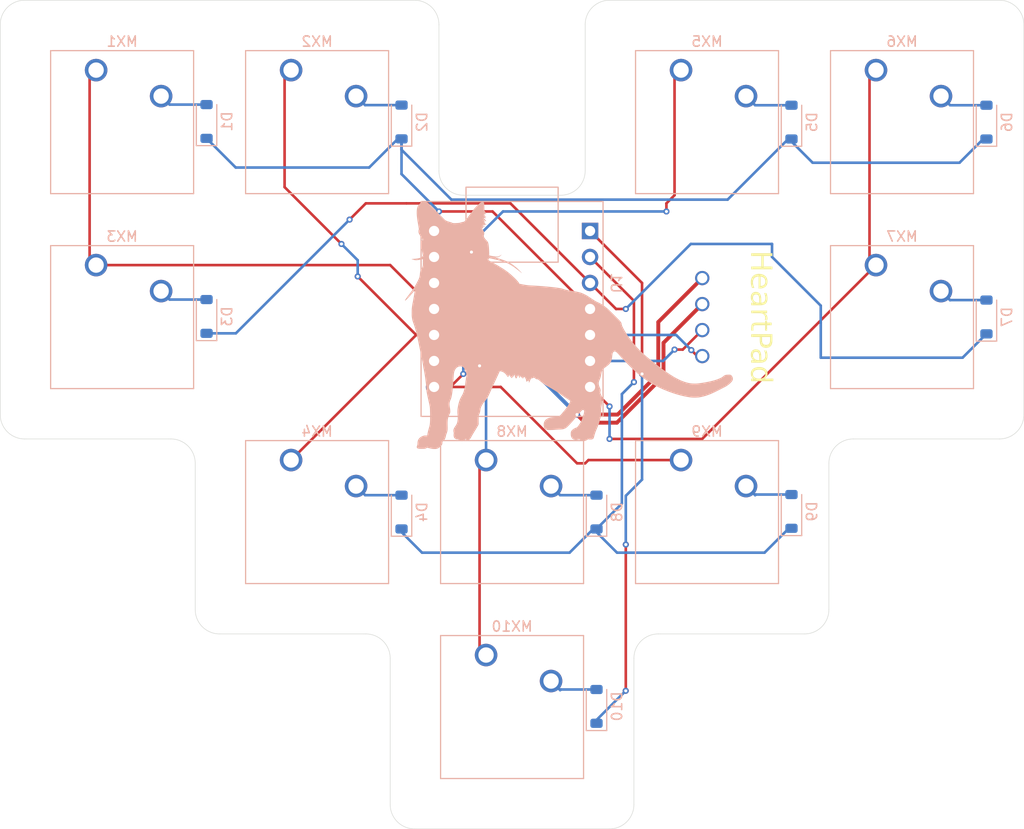
<source format=kicad_pcb>
(kicad_pcb (version 20240108) (generator "pcbnew") (generator_version "8.0")
  (layers (0 "F.Cu" signal) (31 "B.Cu" signal) (34 "B.Paste" user) (35 "F.Paste" user) (36 "B.SilkS" user "B.Silkscreen") (37 "F.SilkS" user "F.Silkscreen") (38 "B.Mask" user) (39 "F.Mask" user) (44 "Edge.Cuts" user))
  (net 0 "")
  (net 1 "ROW 0")
  (net 2 "Net-(D1-A)")
  (net 3 "Net-(D2-A)")
  (net 4 "ROW 1")
  (net 5 "Net-(D3-A)")
  (net 6 "Net-(D4-A)")
  (net 7 "ROW 2")
  (net 8 "Net-(D5-A)")
  (net 9 "Net-(D6-A)")
  (net 10 "Net-(D7-A)")
  (net 11 "Net-(D8-A)")
  (net 12 "Net-(D9-A)")
  (net 13 "ROW 3")
  (net 14 "Net-(D10-A)")
  (net 15 "VCC")
  (net 16 "COL 0")
  (net 17 "COL 1")
  (net 18 "COL 3")
  (net 19 "COL 4")
  (net 20 "COL 2")
  (net 21 "GND")
  (net 23 "Net-(OL1-SDA)")
  (net 24 "Net-(OL1-SCL)")
  (footprint "kbd:OLED" (layer "F.Cu") (at 145.58375 68.2625 90)
    (property "Reference" "OL1")
    (property "Value" "OLED" (hide yes))
    (pad "1" thru_hole circle (at -3.81 0 90) (size 1.4 1.4) (drill 1) (layers "*.Cu" "*.Mask") (net 23 "Net-(OL1-SDA)"))
    (pad "2" thru_hole circle (at -1.27 0 90) (size 1.4 1.4) (drill 1) (layers "*.Cu" "*.Mask") (net 24 "Net-(OL1-SCL)"))
    (pad "3" thru_hole circle (at 1.27 0 90) (size 1.4 1.4) (drill 1) (layers "*.Cu" "*.Mask") (net 15 "VCC"))
    (pad "4" thru_hole circle (at 3.81 0 90) (size 1.4 1.4) (drill 1) (layers "*.Cu" "*.Mask") (net 21 "GND"))
  )
  (footprint "Button_Switch_Keyboard:SW_Cherry_MX_1.00u_PCB" (layer "B.Cu") (at 105.41 44.1325 180)
    (property "Reference" "MX2" (at -2.54 2.794 0) (layer "B.SilkS") (effects (justify mirror)))
    (property "Value" "MX-NoLED")
    (pad "" np_thru_hole circle (at -7.62 -5.08 180) (size 1.7 1.7) (drill 1.7) (layers "*.Cu" "*.Mask"))
    (pad "" np_thru_hole circle (at -2.54 -5.08 180) (size 4 4) (drill 4) (layers "*.Cu" "*.Mask"))
    (pad "" np_thru_hole circle (at 2.54 -5.08 180) (size 1.7 1.7) (drill 1.7) (layers "*.Cu" "*.Mask"))
    (pad "1" thru_hole circle (at 0 0 180) (size 2.2 2.2) (drill 1.5) (layers "*.Cu" "*.Mask") (net 17 "COL 1"))
    (pad "2" thru_hole circle (at -6.35 -2.54 180) (size 2.2 2.2) (drill 1.5) (layers "*.Cu" "*.Mask") (net 3 "Net-(D2-A)"))
  )
  (footprint "Diode_SMD:D_SOD-123" (layer "B.Cu") (at 154.3 49.2125 90)
    (property "Reference" "D5" (at 0 2 90) (layer "B.SilkS") (effects (justify mirror)))
    (property "Value" "D_Small")
    (pad "1" smd roundrect (at -1.65 0 90) (size 0.9 1.2) (layers "B.Cu" "B.Paste" "B.Mask") (net 1 "ROW 0"))
    (pad "2" smd roundrect (at 1.65 0 90) (size 0.9 1.2) (layers "B.Cu" "B.Paste" "B.Mask") (net 8 "Net-(D5-A)"))
  )
  (footprint "Diode_SMD:D_SOD-123" (layer "B.Cu") (at 116.2 87.3125 90)
    (property "Reference" "D4" (at 0 2 90) (layer "B.SilkS") (effects (justify mirror)))
    (property "Value" "D_Small")
    (pad "1" smd roundrect (at -1.65 0 90) (size 0.9 1.2) (layers "B.Cu" "B.Paste" "B.Mask") (net 7 "ROW 2"))
    (pad "2" smd roundrect (at 1.65 0 90) (size 0.9 1.2) (layers "B.Cu" "B.Paste" "B.Mask") (net 6 "Net-(D4-A)"))
  )
  (footprint "Button_Switch_Keyboard:SW_Cherry_MX_1.00u_PCB" (layer "B.Cu") (at 143.51 44.1325 180)
    (property "Reference" "MX5" (at -2.54 2.794 0) (layer "B.SilkS") (effects (justify mirror)))
    (property "Value" "MX-NoLED")
    (pad "" np_thru_hole circle (at -7.62 -5.08 180) (size 1.7 1.7) (drill 1.7) (layers "*.Cu" "*.Mask"))
    (pad "" np_thru_hole circle (at -2.54 -5.08 180) (size 4 4) (drill 4) (layers "*.Cu" "*.Mask"))
    (pad "" np_thru_hole circle (at 2.54 -5.08 180) (size 1.7 1.7) (drill 1.7) (layers "*.Cu" "*.Mask"))
    (pad "1" thru_hole circle (at 0 0 180) (size 2.2 2.2) (drill 1.5) (layers "*.Cu" "*.Mask") (net 18 "COL 3"))
    (pad "2" thru_hole circle (at -6.35 -2.54 180) (size 2.2 2.2) (drill 1.5) (layers "*.Cu" "*.Mask") (net 8 "Net-(D5-A)"))
  )
  (footprint "Button_Switch_Keyboard:SW_Cherry_MX_1.00u_PCB" (layer "B.Cu") (at 105.41 82.2325 180)
    (property "Reference" "MX4" (at -2.54 2.794 0) (layer "B.SilkS") (effects (justify mirror)))
    (property "Value" "MX-NoLED")
    (pad "" np_thru_hole circle (at -7.62 -5.08 180) (size 1.7 1.7) (drill 1.7) (layers "*.Cu" "*.Mask"))
    (pad "" np_thru_hole circle (at -2.54 -5.08 180) (size 4 4) (drill 4) (layers "*.Cu" "*.Mask"))
    (pad "" np_thru_hole circle (at 2.54 -5.08 180) (size 1.7 1.7) (drill 1.7) (layers "*.Cu" "*.Mask"))
    (pad "1" thru_hole circle (at 0 0 180) (size 2.2 2.2) (drill 1.5) (layers "*.Cu" "*.Mask") (net 17 "COL 1"))
    (pad "2" thru_hole circle (at -6.35 -2.54 180) (size 2.2 2.2) (drill 1.5) (layers "*.Cu" "*.Mask") (net 6 "Net-(D4-A)"))
  )
  (footprint "Diode_SMD:D_SOD-123" (layer "B.Cu") (at 97.15 49.15 90)
    (property "Reference" "D1" (at 0 2 90) (layer "B.SilkS") (effects (justify mirror)))
    (property "Value" "D_Small")
    (pad "1" smd roundrect (at -1.65 0 90) (size 0.9 1.2) (layers "B.Cu" "B.Paste" "B.Mask") (net 1 "ROW 0"))
    (pad "2" smd roundrect (at 1.65 0 90) (size 0.9 1.2) (layers "B.Cu" "B.Paste" "B.Mask") (net 2 "Net-(D1-A)"))
  )
  (footprint "XIAO_PCB:MOUDLE14P-2.54-21X17.8MM" (layer "B.Cu") (at 127 67.46875 90)
    (property "Reference" "U1" (at 2.54 10.16 -90) (layer "B.SilkS") (effects (justify mirror)))
    (property "Value" "MOUDLE-SEEEDUINO-XIAO")
    (pad "1" thru_hole rect (at 7.62 7.62 90) (size 1.6 1.6) (drill 1) (layers "*.Cu" "*.Mask") (net 13 "ROW 3"))
    (pad "2" thru_hole circle (at 5.08 7.62 90) (size 1.6 1.6) (drill 1) (layers "*.Cu" "*.Mask") (net 7 "ROW 2"))
    (pad "3" thru_hole circle (at 2.54 7.62 90) (size 1.6 1.6) (drill 1) (layers "*.Cu" "*.Mask") (net 4 "ROW 1"))
    (pad "4" thru_hole circle (at 0 7.62 90) (size 1.6 1.6) (drill 1) (layers "*.Cu" "*.Mask") (net 1 "ROW 0"))
    (pad "5" thru_hole circle (at -2.54 7.62 90) (size 1.6 1.6) (drill 1) (layers "*.Cu" "*.Mask") (net 23 "Net-(OL1-SDA)"))
    (pad "6" thru_hole circle (at -5.08 7.62 90) (size 1.6 1.6) (drill 1) (layers "*.Cu" "*.Mask") (net 24 "Net-(OL1-SCL)"))
    (pad "7" thru_hole circle (at -7.62 7.62 90) (size 1.6 1.6) (drill 1) (layers "*.Cu" "*.Mask") (net 19 "COL 4"))
    (pad "8" thru_hole circle (at -7.62 -7.62 90) (size 1.6 1.6) (drill 1) (layers "*.Cu" "*.Mask") (net 18 "COL 3"))
    (pad "9" thru_hole circle (at -5.08 -7.62 90) (size 1.6 1.6) (drill 1) (layers "*.Cu" "*.Mask") (net 20 "COL 2"))
    (pad "10" thru_hole circle (at -2.54 -7.62 90) (size 1.6 1.6) (drill 1) (layers "*.Cu" "*.Mask") (net 17 "COL 1"))
    (pad "11" thru_hole circle (at 0 -7.62 90) (size 1.6 1.6) (drill 1) (layers "*.Cu" "*.Mask") (net 16 "COL 0"))
    (pad "12" thru_hole circle (at 2.54 -7.62 90) (size 1.6 1.6) (drill 1) (layers "*.Cu" "*.Mask"))
    (pad "13" thru_hole circle (at 5.08 -7.62 90) (size 1.6 1.6) (drill 1) (layers "*.Cu" "*.Mask") (net 21 "GND"))
    (pad "14" thru_hole circle (at 7.62 -7.62 90) (size 1.6 1.6) (drill 1) (layers "*.Cu" "*.Mask") (net 15 "VCC"))
  )
  (footprint "Diode_SMD:D_SOD-123" (layer "B.Cu") (at 135.25 106.3 90)
    (property "Reference" "D10" (at 0 2 90) (layer "B.SilkS") (effects (justify mirror)))
    (property "Value" "D_Small")
    (pad "1" smd roundrect (at -1.65 0 90) (size 0.9 1.2) (layers "B.Cu" "B.Paste" "B.Mask") (net 13 "ROW 3"))
    (pad "2" smd roundrect (at 1.65 0 90) (size 0.9 1.2) (layers "B.Cu" "B.Paste" "B.Mask") (net 14 "Net-(D10-A)"))
  )
  (footprint "Button_Switch_Keyboard:SW_Cherry_MX_1.00u_PCB" (layer "B.Cu") (at 124.46 82.2325 180)
    (property "Reference" "MX8" (at -2.54 2.794 0) (layer "B.SilkS") (effects (justify mirror)))
    (property "Value" "MX-NoLED")
    (pad "" np_thru_hole circle (at -7.62 -5.08 180) (size 1.7 1.7) (drill 1.7) (layers "*.Cu" "*.Mask"))
    (pad "" np_thru_hole circle (at -2.54 -5.08 180) (size 4 4) (drill 4) (layers "*.Cu" "*.Mask"))
    (pad "" np_thru_hole circle (at 2.54 -5.08 180) (size 1.7 1.7) (drill 1.7) (layers "*.Cu" "*.Mask"))
    (pad "1" thru_hole circle (at 0 0 180) (size 2.2 2.2) (drill 1.5) (layers "*.Cu" "*.Mask") (net 20 "COL 2"))
    (pad "2" thru_hole circle (at -6.35 -2.54 180) (size 2.2 2.2) (drill 1.5) (layers "*.Cu" "*.Mask") (net 11 "Net-(D8-A)"))
  )
  (footprint "kitty:kittyLarge" (layer "B.Cu") (at 132.55625 69.05625 180)
    (property "Reference" "G***" (at 0 0 0) (layer "B.SilkS") (effects (font (size 1.5 1.5) (thickness 0.3)) (justify mirror)))
    (property "Value" "LOGO" (hide yes))
  )
  (footprint "Button_Switch_Keyboard:SW_Cherry_MX_1.00u_PCB" (layer "B.Cu") (at 143.51 82.2325 180)
    (property "Reference" "MX9" (at -2.54 2.794 0) (layer "B.SilkS") (effects (justify mirror)))
    (property "Value" "MX-NoLED")
    (pad "" np_thru_hole circle (at -7.62 -5.08 180) (size 1.7 1.7) (drill 1.7) (layers "*.Cu" "*.Mask"))
    (pad "" np_thru_hole circle (at -2.54 -5.08 180) (size 4 4) (drill 4) (layers "*.Cu" "*.Mask"))
    (pad "" np_thru_hole circle (at 2.54 -5.08 180) (size 1.7 1.7) (drill 1.7) (layers "*.Cu" "*.Mask"))
    (pad "1" thru_hole circle (at 0 0 180) (size 2.2 2.2) (drill 1.5) (layers "*.Cu" "*.Mask") (net 18 "COL 3"))
    (pad "2" thru_hole circle (at -6.35 -2.54 180) (size 2.2 2.2) (drill 1.5) (layers "*.Cu" "*.Mask") (net 12 "Net-(D9-A)"))
  )
  (footprint "Button_Switch_Keyboard:SW_Cherry_MX_1.00u_PCB" (layer "B.Cu") (at 86.36 44.1325 180)
    (property "Reference" "MX1" (at -2.54 2.794 0) (layer "B.SilkS") (effects (justify mirror)))
    (property "Value" "MX-NoLED")
    (pad "" np_thru_hole circle (at -7.62 -5.08 180) (size 1.7 1.7) (drill 1.7) (layers "*.Cu" "*.Mask"))
    (pad "" np_thru_hole circle (at -2.54 -5.08 180) (size 4 4) (drill 4) (layers "*.Cu" "*.Mask"))
    (pad "" np_thru_hole circle (at 2.54 -5.08 180) (size 1.7 1.7) (drill 1.7) (layers "*.Cu" "*.Mask"))
    (pad "1" thru_hole circle (at 0 0 180) (size 2.2 2.2) (drill 1.5) (layers "*.Cu" "*.Mask") (net 16 "COL 0"))
    (pad "2" thru_hole circle (at -6.35 -2.54 180) (size 2.2 2.2) (drill 1.5) (layers "*.Cu" "*.Mask") (net 2 "Net-(D1-A)"))
  )
  (footprint "Diode_SMD:D_SOD-123" (layer "B.Cu") (at 135.25 87.3125 90)
    (property "Reference" "D8" (at 0 2 90) (layer "B.SilkS") (effects (justify mirror)))
    (property "Value" "D_Small")
    (pad "1" smd roundrect (at -1.65 0 90) (size 0.9 1.2) (layers "B.Cu" "B.Paste" "B.Mask") (net 7 "ROW 2"))
    (pad "2" smd roundrect (at 1.65 0 90) (size 0.9 1.2) (layers "B.Cu" "B.Paste" "B.Mask") (net 11 "Net-(D8-A)"))
  )
  (footprint "Button_Switch_Keyboard:SW_Cherry_MX_1.00u_PCB" (layer "B.Cu") (at 124.46 101.2825 180)
    (property "Reference" "MX10" (at -2.54 2.794 0) (layer "B.SilkS") (effects (justify mirror)))
    (property "Value" "MX-NoLED")
    (pad "" np_thru_hole circle (at -7.62 -5.08 180) (size 1.7 1.7) (drill 1.7) (layers "*.Cu" "*.Mask"))
    (pad "" np_thru_hole circle (at -2.54 -5.08 180) (size 4 4) (drill 4) (layers "*.Cu" "*.Mask"))
    (pad "" np_thru_hole circle (at 2.54 -5.08 180) (size 1.7 1.7) (drill 1.7) (layers "*.Cu" "*.Mask"))
    (pad "1" thru_hole circle (at 0 0 180) (size 2.2 2.2) (drill 1.5) (layers "*.Cu" "*.Mask") (net 20 "COL 2"))
    (pad "2" thru_hole circle (at -6.35 -2.54 180) (size 2.2 2.2) (drill 1.5) (layers "*.Cu" "*.Mask") (net 14 "Net-(D10-A)"))
  )
  (footprint "Button_Switch_Keyboard:SW_Cherry_MX_1.00u_PCB" (layer "B.Cu") (at 162.56 44.1325 180)
    (property "Reference" "MX6" (at -2.54 2.794 0) (layer "B.SilkS") (effects (justify mirror)))
    (property "Value" "MX-NoLED")
    (pad "" np_thru_hole circle (at -7.62 -5.08 180) (size 1.7 1.7) (drill 1.7) (layers "*.Cu" "*.Mask"))
    (pad "" np_thru_hole circle (at -2.54 -5.08 180) (size 4 4) (drill 4) (layers "*.Cu" "*.Mask"))
    (pad "" np_thru_hole circle (at 2.54 -5.08 180) (size 1.7 1.7) (drill 1.7) (layers "*.Cu" "*.Mask"))
    (pad "1" thru_hole circle (at 0 0 180) (size 2.2 2.2) (drill 1.5) (layers "*.Cu" "*.Mask") (net 19 "COL 4"))
    (pad "2" thru_hole circle (at -6.35 -2.54 180) (size 2.2 2.2) (drill 1.5) (layers "*.Cu" "*.Mask") (net 9 "Net-(D6-A)"))
  )
  (footprint "Diode_SMD:D_SOD-123" (layer "B.Cu") (at 116.2 49.2 90)
    (property "Reference" "D2" (at 0 2 90) (layer "B.SilkS") (effects (justify mirror)))
    (property "Value" "D_Small")
    (pad "1" smd roundrect (at -1.65 0 90) (size 0.9 1.2) (layers "B.Cu" "B.Paste" "B.Mask") (net 1 "ROW 0"))
    (pad "2" smd roundrect (at 1.65 0 90) (size 0.9 1.2) (layers "B.Cu" "B.Paste" "B.Mask") (net 3 "Net-(D2-A)"))
  )
  (footprint "Button_Switch_Keyboard:SW_Cherry_MX_1.00u_PCB" (layer "B.Cu") (at 86.36 63.1825 180)
    (property "Reference" "MX3" (at -2.54 2.794 0) (layer "B.SilkS") (effects (justify mirror)))
    (property "Value" "MX-NoLED")
    (pad "" np_thru_hole circle (at -7.62 -5.08 180) (size 1.7 1.7) (drill 1.7) (layers "*.Cu" "*.Mask"))
    (pad "" np_thru_hole circle (at -2.54 -5.08 180) (size 4 4) (drill 4) (layers "*.Cu" "*.Mask"))
    (pad "" np_thru_hole circle (at 2.54 -5.08 180) (size 1.7 1.7) (drill 1.7) (layers "*.Cu" "*.Mask"))
    (pad "1" thru_hole circle (at 0 0 180) (size 2.2 2.2) (drill 1.5) (layers "*.Cu" "*.Mask") (net 16 "COL 0"))
    (pad "2" thru_hole circle (at -6.35 -2.54 180) (size 2.2 2.2) (drill 1.5) (layers "*.Cu" "*.Mask") (net 5 "Net-(D3-A)"))
  )
  (footprint "Diode_SMD:D_SOD-123" (layer "B.Cu") (at 154.3 87.25 90)
    (property "Reference" "D9" (at 0 2 90) (layer "B.SilkS") (effects (justify mirror)))
    (property "Value" "D_Small")
    (pad "1" smd roundrect (at -1.65 0 90) (size 0.9 1.2) (layers "B.Cu" "B.Paste" "B.Mask") (net 7 "ROW 2"))
    (pad "2" smd roundrect (at 1.65 0 90) (size 0.9 1.2) (layers "B.Cu" "B.Paste" "B.Mask") (net 12 "Net-(D9-A)"))
  )
  (footprint "Diode_SMD:D_SOD-123" (layer "B.Cu") (at 173.35 68.25 90)
    (property "Reference" "D7" (at 0 2 90) (layer "B.SilkS") (effects (justify mirror)))
    (property "Value" "D_Small")
    (pad "1" smd roundrect (at -1.65 0 90) (size 0.9 1.2) (layers "B.Cu" "B.Paste" "B.Mask") (net 4 "ROW 1"))
    (pad "2" smd roundrect (at 1.65 0 90) (size 0.9 1.2) (layers "B.Cu" "B.Paste" "B.Mask") (net 10 "Net-(D7-A)"))
  )
  (footprint "Button_Switch_Keyboard:SW_Cherry_MX_1.00u_PCB" (layer "B.Cu") (at 162.56 63.1825 180)
    (property "Reference" "MX7" (at -2.54 2.794 0) (layer "B.SilkS") (effects (justify mirror)))
    (property "Value" "MX-NoLED")
    (pad "" np_thru_hole circle (at -7.62 -5.08 180) (size 1.7 1.7) (drill 1.7) (layers "*.Cu" "*.Mask"))
    (pad "" np_thru_hole circle (at -2.54 -5.08 180) (size 4 4) (drill 4) (layers "*.Cu" "*.Mask"))
    (pad "" np_thru_hole circle (at 2.54 -5.08 180) (size 1.7 1.7) (drill 1.7) (layers "*.Cu" "*.Mask"))
    (pad "1" thru_hole circle (at 0 0 180) (size 2.2 2.2) (drill 1.5) (layers "*.Cu" "*.Mask") (net 19 "COL 4"))
    (pad "2" thru_hole circle (at -6.35 -2.54 180) (size 2.2 2.2) (drill 1.5) (layers "*.Cu" "*.Mask") (net 10 "Net-(D7-A)"))
  )
  (footprint "Diode_SMD:D_SOD-123" (layer "B.Cu") (at 173.35 49.2125 90)
    (property "Reference" "D6" (at 0 2 90) (layer "B.SilkS") (effects (justify mirror)))
    (property "Value" "D_Small")
    (pad "1" smd roundrect (at -1.65 0 90) (size 0.9 1.2) (layers "B.Cu" "B.Paste" "B.Mask") (net 1 "ROW 0"))
    (pad "2" smd roundrect (at 1.65 0 90) (size 0.9 1.2) (layers "B.Cu" "B.Paste" "B.Mask") (net 9 "Net-(D6-A)"))
  )
  (footprint "Diode_SMD:D_SOD-123" (layer "B.Cu") (at 97.15 68.2 90)
    (property "Reference" "D3" (at 0 2 90) (layer "B.SilkS") (effects (justify mirror)))
    (property "Value" "D_Small")
    (pad "1" smd roundrect (at -1.65 0 90) (size 0.9 1.2) (layers "B.Cu" "B.Paste" "B.Mask") (net 4 "ROW 1"))
    (pad "2" smd roundrect (at 1.65 0 90) (size 0.9 1.2) (layers "B.Cu" "B.Paste" "B.Mask") (net 5 "Net-(D3-A)"))
  )
  (gr_line (start 174.625 37.30625) (end 136.525 37.30625) (stroke (width 0.05)) (layer "Edge.Cuts"))
  (gr_arc (start 93.6625 80.16875) (mid 95.346298 80.866202) (end 96.04375 82.55) (stroke (width 0.05)) (layer "Edge.Cuts"))
  (gr_arc (start 134.14375 53.975) (mid 133.446298 55.658798) (end 131.7625 56.35625) (stroke (width 0.05)) (layer "Edge.Cuts"))
  (gr_arc (start 138.90625 115.8875) (mid 138.208798 117.571298) (end 136.525 118.26875) (stroke (width 0.05)) (layer "Edge.Cuts"))
  (gr_line (start 160.3375 80.16875) (end 174.625 80.16875) (stroke (width 0.05)) (layer "Edge.Cuts"))
  (gr_line (start 76.99375 39.6875) (end 76.99375 77.7875) (stroke (width 0.05)) (layer "Edge.Cuts"))
  (gr_line (start 79.375 80.16875) (end 93.6625 80.16875) (stroke (width 0.05)) (layer "Edge.Cuts"))
  (gr_line (start 131.7625 56.35625) (end 122.2375 56.35625) (stroke (width 0.05)) (layer "Edge.Cuts"))
  (gr_arc (start 79.375 80.16875) (mid 77.691202 79.471298) (end 76.99375 77.7875) (stroke (width 0.05)) (layer "Edge.Cuts"))
  (gr_line (start 157.95625 96.8375) (end 157.95625 82.55) (stroke (width 0.05)) (layer "Edge.Cuts"))
  (gr_line (start 117.475 118.26875) (end 136.525 118.26875) (stroke (width 0.05)) (layer "Edge.Cuts"))
  (gr_arc (start 174.625 37.30625) (mid 176.308798 38.003702) (end 177.00625 39.6875) (stroke (width 0.05)) (layer "Edge.Cuts"))
  (gr_arc (start 76.99375 39.6875) (mid 77.691202 38.003702) (end 79.375 37.30625) (stroke (width 0.05)) (layer "Edge.Cuts"))
  (gr_line (start 138.90625 115.8875) (end 138.90625 101.6) (stroke (width 0.05)) (layer "Edge.Cuts"))
  (gr_line (start 119.85625 53.975) (end 119.85625 39.6875) (stroke (width 0.05)) (layer "Edge.Cuts"))
  (gr_arc (start 112.7125 99.21875) (mid 114.396298 99.916202) (end 115.09375 101.6) (stroke (width 0.05)) (layer "Edge.Cuts"))
  (gr_arc (start 157.95625 96.8375) (mid 157.258798 98.521298) (end 155.575 99.21875) (stroke (width 0.05)) (layer "Edge.Cuts"))
  (gr_line (start 117.475 37.30625) (end 79.375 37.30625) (stroke (width 0.05)) (layer "Edge.Cuts"))
  (gr_arc (start 138.90625 101.6) (mid 139.603702 99.916202) (end 141.2875 99.21875) (stroke (width 0.05)) (layer "Edge.Cuts"))
  (gr_line (start 134.14375 39.6875) (end 134.14375 53.975) (stroke (width 0.05)) (layer "Edge.Cuts"))
  (gr_line (start 177.00625 77.7875) (end 177.00625 39.6875) (stroke (width 0.05)) (layer "Edge.Cuts"))
  (gr_arc (start 177.00625 77.7875) (mid 176.308798 79.471298) (end 174.625 80.16875) (stroke (width 0.05)) (layer "Edge.Cuts"))
  (gr_arc (start 117.475 37.30625) (mid 119.158798 38.003702) (end 119.85625 39.6875) (stroke (width 0.05)) (layer "Edge.Cuts"))
  (gr_line (start 98.425 99.21875) (end 112.7125 99.21875) (stroke (width 0.05)) (layer "Edge.Cuts"))
  (gr_line (start 96.04375 82.55) (end 96.04375 96.8375) (stroke (width 0.05)) (layer "Edge.Cuts"))
  (gr_arc (start 98.425 99.21875) (mid 96.741202 98.521298) (end 96.04375 96.8375) (stroke (width 0.05)) (layer "Edge.Cuts"))
  (gr_arc (start 117.475 118.26875) (mid 115.791202 117.571298) (end 115.09375 115.8875) (stroke (width 0.05)) (layer "Edge.Cuts"))
  (gr_arc (start 134.14375 39.6875) (mid 134.841202 38.003702) (end 136.525 37.30625) (stroke (width 0.05)) (layer "Edge.Cuts"))
  (gr_arc (start 122.2375 56.35625) (mid 120.553702 55.658798) (end 119.85625 53.975) (stroke (width 0.05)) (layer "Edge.Cuts"))
  (gr_arc (start 157.95625 82.55) (mid 158.653702 80.866202) (end 160.3375 80.16875) (stroke (width 0.05)) (layer "Edge.Cuts"))
  (gr_line (start 115.09375 101.6) (end 115.09375 115.8875) (stroke (width 0.05)) (layer "Edge.Cuts"))
  (gr_line (start 141.2875 99.21875) (end 155.575 99.21875) (stroke (width 0.05)) (layer "Edge.Cuts"))
  (gr_text "HeartPad" (at 150.01875 68.2625 270) (layer "F.SilkS") (effects (font (size 2.032 2.032) (thickness 0.1)) (justify bottom)))
  (segment (start 134.62 67.46875) (end 125.095 57.94375) (width 0.254) (layer "F.Cu") (net 1))
  (segment (start 125.095 57.94375) (end 119.85625 57.94375) (width 0.254) (layer "F.Cu") (net 1))
  (via (at 119.85625 57.94375) (size 0.6) (drill 0.3) (layers "F.Cu" "B.Cu") (net 1))
  (segment (start 119.85625 57.94375) (end 116.2 54.2875) (width 0.254) (layer "B.Cu") (net 1))
  (segment (start 148.064762 56.785238) (end 121.072807 56.785238) (width 0.254) (layer "B.Cu") (net 1))
  (segment (start 115.825 50.8625) (end 115.8875 50.8625) (width 0.254) (layer "B.Cu") (net 1))
  (segment (start 154.3 51.1125) (end 156.36875 53.18125) (width 0.254) (layer "B.Cu") (net 1))
  (segment (start 116.2 50.85) (end 116.2 51.912431) (width 0.254) (layer "B.Cu") (net 1))
  (segment (start 170.71875 53.18125) (end 156.36875 53.18125) (width 0.254) (layer "B.Cu") (net 1))
  (segment (start 173.35 50.8625) (end 173.0375 50.8625) (width 0.254) (layer "B.Cu") (net 1))
  (segment (start 116.2 51.912431) (end 121.072807 56.785238) (width 0.254) (layer "B.Cu") (net 1))
  (segment (start 153.9875 50.8625) (end 148.064762 56.785238) (width 0.254) (layer "B.Cu") (net 1))
  (segment (start 173.0375 50.8625) (end 170.71875 53.18125) (width 0.254) (layer "B.Cu") (net 1))
  (segment (start 154.3 50.8625) (end 153.9875 50.8625) (width 0.254) (layer "B.Cu") (net 1))
  (segment (start 154.05 50.8625) (end 153.9875 50.8625) (width 0.254) (layer "B.Cu") (net 1))
  (segment (start 100 53.65) (end 113.0375 53.65) (width 0.254) (layer "B.Cu") (net 1))
  (segment (start 154.3 50.8625) (end 154.3 51.1125) (width 0.254) (layer "B.Cu") (net 1))
  (segment (start 116.2 54.2875) (end 116.2 50.85) (width 0.254) (layer "B.Cu") (net 1))
  (segment (start 115.8375 50.85) (end 113.0375 53.65) (width 0.254) (layer "B.Cu") (net 1))
  (segment (start 97.15 50.8) (end 100 53.65) (width 0.254) (layer "B.Cu") (net 1))
  (segment (start 116.2 50.85) (end 115.8375 50.85) (width 0.254) (layer "B.Cu") (net 1))
  (segment (start 97.15 47.5) (end 93.5375 47.5) (width 0.254) (layer "B.Cu") (net 2))
  (segment (start 93.5375 47.5) (end 92.71 46.6725) (width 0.254) (layer "B.Cu") (net 2))
  (segment (start 112.6375 47.55) (end 111.76 46.6725) (width 0.254) (layer "B.Cu") (net 3))
  (segment (start 116.2 47.55) (end 112.6375 47.55) (width 0.254) (layer "B.Cu") (net 3))
  (segment (start 126.84125 57.15) (end 116.68125 57.15) (width 0.254) (layer "F.Cu") (net 4))
  (segment (start 134.62 64.92875) (end 126.84125 57.15) (width 0.254) (layer "F.Cu") (net 4))
  (segment (start 137.16 67.46875) (end 138.1125 67.46875) (width 0.254) (layer "F.Cu") (net 4))
  (segment (start 116.68125 57.15) (end 112.7125 57.15) (width 0.254) (layer "F.Cu") (net 4))
  (segment (start 112.7125 57.15) (end 111.125 58.7375) (width 0.254) (layer "F.Cu") (net 4))
  (segment (start 134.62 64.92875) (end 137.16 67.46875) (width 0.254) (layer "F.Cu") (net 4))
  (via (at 138.1125 67.46875) (size 0.6) (drill 0.3) (layers "F.Cu" "B.Cu") (net 4))
  (via (at 111.125 58.7375) (size 0.6) (drill 0.3) (layers "F.Cu" "B.Cu") (net 4))
  (segment (start 138.1125 67.46875) (end 144.4625 61.11875) (width 0.254) (layer "B.Cu") (net 4))
  (segment (start 173.35 69.9) (end 173.05 69.9) (width 0.254) (layer "B.Cu") (net 4))
  (segment (start 111.125 58.7375) (end 100.0125 69.85) (width 0.254) (layer "B.Cu") (net 4))
  (segment (start 152.4 62.383397) (end 157.1625 67.145897) (width 0.254) (layer "B.Cu") (net 4))
  (segment (start 144.4625 61.11875) (end 152.4 61.11875) (width 0.254) (layer "B.Cu") (net 4))
  (segment (start 152.4 61.11875) (end 152.4 62.383397) (width 0.254) (layer "B.Cu") (net 4))
  (segment (start 171.01875 72.23125) (end 173.35 69.9) (width 0.254) (layer "B.Cu") (net 4))
  (segment (start 157.1625 67.145897) (end 157.1625 72.23125) (width 0.254) (layer "B.Cu") (net 4))
  (segment (start 100.0125 69.85) (end 97.15 69.85) (width 0.254) (layer "B.Cu") (net 4))
  (segment (start 157.1625 72.23125) (end 171.01875 72.23125) (width 0.254) (layer "B.Cu") (net 4))
  (segment (start 93.5375 66.55) (end 92.71 65.7225) (width 0.254) (layer "B.Cu") (net 5))
  (segment (start 97.15 66.55) (end 93.5375 66.55) (width 0.254) (layer "B.Cu") (net 5))
  (segment (start 116.2 85.6625) (end 112.65 85.6625) (width 0.254) (layer "B.Cu") (net 6))
  (segment (start 112.65 85.6625) (end 111.76 84.7725) (width 0.254) (layer "B.Cu") (net 6))
  (segment (start 138.90625 66.675) (end 138.90625 74.6125) (width 0.254) (layer "F.Cu") (net 7))
  (segment (start 134.62 62.38875) (end 138.90625 66.675) (width 0.254) (layer "F.Cu") (net 7))
  (via (at 138.90625 74.6125) (size 0.6) (drill 0.3) (layers "F.Cu" "B.Cu") (net 7))
  (segment (start 137.7315 86.481) (end 135.25 88.9625) (width 0.254) (layer "B.Cu") (net 7))
  (segment (start 154.3 88.9) (end 154.05 88.9) (width 0.254) (layer "B.Cu") (net 7))
  (segment (start 137.7315 75.78725) (end 137.7315 86.481) (width 0.254) (layer "B.Cu") (net 7))
  (segment (start 134.9375 88.9625) (end 137.25625 91.28125) (width 0.254) (layer "B.Cu") (net 7))
  (segment (start 132.61875 91.28125) (end 118.20625 91.28125) (width 0.254) (layer "B.Cu") (net 7))
  (segment (start 134.9375 88.9625) (end 132.61875 91.28125) (width 0.254) (layer "B.Cu") (net 7))
  (segment (start 135.25 88.9625) (end 134.9375 88.9625) (width 0.254) (layer "B.Cu") (net 7))
  (segment (start 154.05 88.9) (end 151.66875 91.28125) (width 0.254) (layer "B.Cu") (net 7))
  (segment (start 138.90625 74.6125) (end 137.7315 75.78725) (width 0.254) (layer "B.Cu") (net 7))
  (segment (start 137.25625 91.28125) (end 151.66875 91.28125) (width 0.254) (layer "B.Cu") (net 7))
  (segment (start 116.2 89.275) (end 118.20625 91.28125) (width 0.254) (layer "B.Cu") (net 7))
  (segment (start 116.2 88.9625) (end 116.2 89.275) (width 0.254) (layer "B.Cu") (net 7))
  (segment (start 154.3 47.5625) (end 150.75 47.5625) (width 0.254) (layer "B.Cu") (net 8))
  (segment (start 150.75 47.5625) (end 149.86 46.6725) (width 0.254) (layer "B.Cu") (net 8))
  (segment (start 173.35 47.5625) (end 169.8 47.5625) (width 0.254) (layer "B.Cu") (net 9))
  (segment (start 169.8 47.5625) (end 168.91 46.6725) (width 0.254) (layer "B.Cu") (net 9))
  (segment (start 173.35 66.6) (end 169.8125 66.6) (width 0.254) (layer "B.Cu") (net 10))
  (segment (start 169.8125 66.6) (end 169.8 66.6125) (width 0.254) (layer "B.Cu") (net 10))
  (segment (start 169.8 66.6125) (end 168.91 65.7225) (width 0.254) (layer "B.Cu") (net 10))
  (segment (start 135.25 85.6625) (end 131.7 85.6625) (width 0.254) (layer "B.Cu") (net 11))
  (segment (start 131.7 85.6625) (end 130.81 84.7725) (width 0.254) (layer "B.Cu") (net 11))
  (segment (start 150.8125 85.6) (end 150.75 85.6625) (width 0.254) (layer "B.Cu") (net 12))
  (segment (start 150.75 85.6625) (end 149.86 84.7725) (width 0.254) (layer "B.Cu") (net 12))
  (segment (start 154.3 85.6) (end 150.8125 85.6) (width 0.254) (layer "B.Cu") (net 12))
  (segment (start 138.1125 104.76875) (end 138.10625 104.775) (width 0.254) (layer "F.Cu") (net 13))
  (segment (start 139.7 64.92875) (end 139.7 73.81875) (width 0.254) (layer "F.Cu") (net 13))
  (segment (start 134.62 59.84875) (end 139.7 64.92875) (width 0.254) (layer "F.Cu") (net 13))
  (segment (start 138.1125 90.4875) (end 138.1125 104.76875) (width 0.254) (layer "F.Cu") (net 13))
  (via (at 138.10625 104.775) (size 0.6) (drill 0.3) (layers "F.Cu" "B.Cu") (net 13))
  (via (at 138.1125 90.4875) (size 0.6) (drill 0.3) (layers "F.Cu" "B.Cu") (net 13))
  (via (at 139.7 73.81875) (size 0.6) (drill 0.3) (layers "F.Cu" "B.Cu") (net 13))
  (segment (start 138.1125 85.725) (end 138.1125 90.4875) (width 0.254) (layer "B.Cu") (net 13))
  (segment (start 135.25 107.63125) (end 135.25 107.95) (width 0.254) (layer "B.Cu") (net 13))
  (segment (start 138.10625 104.775) (end 135.25 107.63125) (width 0.254) (layer "B.Cu") (net 13))
  (segment (start 139.7 73.81875) (end 139.7 84.1375) (width 0.254) (layer "B.Cu") (net 13))
  (segment (start 139.7 84.1375) (end 138.1125 85.725) (width 0.254) (layer "B.Cu") (net 13))
  (segment (start 131.7 104.7125) (end 130.81 103.8225) (width 0.254) (layer "B.Cu") (net 14))
  (segment (start 135.25 104.65) (end 131.7625 104.65) (width 0.254) (layer "B.Cu") (net 14))
  (segment (start 131.7625 104.65) (end 131.7 104.7125) (width 0.254) (layer "B.Cu") (net 14))
  (segment (start 137.24342 78.58125) (end 134.14375 78.58125) (width 0.381) (layer "F.Cu") (net 15))
  (segment (start 120.9675 59.84875) (end 119.38 59.84875) (width 0.381) (layer "F.Cu") (net 15))
  (segment (start 134.14375 78.58125) (end 133.35 77.7875) (width 0.381) (layer "F.Cu") (net 15))
  (segment (start 145.58375 66.9925) (end 141.7955 70.78075) (width 0.381) (layer "F.Cu") (net 15))
  (segment (start 123.03125 61.9125) (end 120.9675 59.84875) (width 0.381) (layer "F.Cu") (net 15))
  (segment (start 141.7955 74.02917) (end 137.24342 78.58125) (width 0.381) (layer "F.Cu") (net 15))
  (segment (start 141.7955 70.78075) (end 141.7955 74.02917) (width 0.381) (layer "F.Cu") (net 15))
  (via (at 133.35 77.7875) (size 0.6) (drill 0.3) (layers "F.Cu" "B.Cu") (net 15))
  (via (at 123.03125 61.9125) (size 0.6) (drill 0.3) (layers "F.Cu" "B.Cu") (net 15))
  (segment (start 133.35 77.7875) (end 123.03125 67.46875) (width 0.381) (layer "B.Cu") (net 15))
  (segment (start 123.03125 67.46875) (end 123.03125 61.9125) (width 0.381) (layer "B.Cu") (net 15))
  (segment (start 85.725 62.5475) (end 86.36 63.1825) (width 0.254) (layer "F.Cu") (net 16))
  (segment (start 86.36 44.1325) (end 85.725 44.7675) (width 0.254) (layer "F.Cu") (net 16))
  (segment (start 119.38 67.46875) (end 115.09375 63.1825) (width 0.254) (layer "F.Cu") (net 16))
  (segment (start 115.09375 63.1825) (end 86.36 63.1825) (width 0.254) (layer "F.Cu") (net 16))
  (segment (start 85.725 44.7675) (end 85.725 62.5475) (width 0.254) (layer "F.Cu") (net 16))
  (segment (start 119.38 70.00875) (end 117.63375 70.00875) (width 0.254) (layer "F.Cu") (net 17))
  (segment (start 117.63375 70.00875) (end 111.91875 64.29375) (width 0.254) (layer "F.Cu") (net 17))
  (segment (start 104.775 44.7675) (end 105.41 44.1325) (width 0.254) (layer "F.Cu") (net 17))
  (segment (start 117.63375 70.00875) (end 105.41 82.2325) (width 0.254) (layer "F.Cu") (net 17))
  (segment (start 110.33125 61.11875) (end 104.775 55.5625) (width 0.254) (layer "F.Cu") (net 17))
  (segment (start 104.775 55.5625) (end 104.775 44.7675) (width 0.254) (layer "F.Cu") (net 17))
  (via (at 111.91875 64.29375) (size 0.6) (drill 0.3) (layers "F.Cu" "B.Cu") (net 17))
  (via (at 110.33125 61.11875) (size 0.6) (drill 0.3) (layers "F.Cu" "B.Cu") (net 17))
  (segment (start 111.91875 64.29375) (end 111.91875 62.70625) (width 0.254) (layer "B.Cu") (net 17))
  (segment (start 111.91875 62.70625) (end 110.33125 61.11875) (width 0.254) (layer "B.Cu") (net 17))
  (segment (start 142.875 56.35625) (end 142.875 44.7675) (width 0.254) (layer "F.Cu") (net 18))
  (segment (start 134.14375 82.55) (end 134.46125 82.2325) (width 0.254) (layer "F.Cu") (net 18))
  (segment (start 119.38 75.08875) (end 125.88875 75.08875) (width 0.254) (layer "F.Cu") (net 18))
  (segment (start 142.875 44.7675) (end 143.51 44.1325) (width 0.254) (layer "F.Cu") (net 18))
  (segment (start 133.35 82.55) (end 134.14375 82.55) (width 0.254) (layer "F.Cu") (net 18))
  (segment (start 120.9675 75.08875) (end 122.2375 73.81875) (width 0.254) (layer "F.Cu") (net 18))
  (segment (start 142.08125 57.15) (end 142.875 56.35625) (width 0.254) (layer "F.Cu") (net 18))
  (segment (start 142.08125 57.94375) (end 142.08125 57.15) (width 0.254) (layer "F.Cu") (net 18))
  (segment (start 119.38 75.08875) (end 120.9675 75.08875) (width 0.254) (layer "F.Cu") (net 18))
  (segment (start 134.46125 82.2325) (end 143.51 82.2325) (width 0.254) (layer "F.Cu") (net 18))
  (segment (start 125.88875 75.08875) (end 133.35 82.55) (width 0.254) (layer "F.Cu") (net 18))
  (via (at 122.2375 73.81875) (size 0.6) (drill 0.3) (layers "F.Cu" "B.Cu") (net 18))
  (via (at 142.08125 57.94375) (size 0.6) (drill 0.3) (layers "F.Cu" "B.Cu") (net 18))
  (segment (start 122.2375 61.819538) (end 126.113288 57.94375) (width 0.254) (layer "B.Cu") (net 18))
  (segment (start 122.2375 73.81875) (end 122.2375 61.819538) (width 0.254) (layer "B.Cu") (net 18))
  (segment (start 126.113288 57.94375) (end 142.08125 57.94375) (width 0.254) (layer "B.Cu") (net 18))
  (segment (start 134.62 75.08875) (end 136.525 76.99375) (width 0.254) (layer "F.Cu") (net 19))
  (segment (start 161.925 44.7675) (end 162.56 44.1325) (width 0.254) (layer "F.Cu") (net 19))
  (segment (start 145.57375 80.16875) (end 162.56 63.1825) (width 0.254) (layer "F.Cu") (net 19))
  (segment (start 162.56 63.1825) (end 161.925 62.5475) (width 0.254) (layer "F.Cu") (net 19))
  (segment (start 161.925 62.5475) (end 161.925 44.7675) (width 0.254) (layer "F.Cu") (net 19))
  (segment (start 136.525 80.16875) (end 145.57375 80.16875) (width 0.254) (layer "F.Cu") (net 19))
  (via (at 136.525 76.99375) (size 0.6) (drill 0.3) (layers "F.Cu" "B.Cu") (net 19))
  (via (at 136.525 80.16875) (size 0.6) (drill 0.3) (layers "F.Cu" "B.Cu") (net 19))
  (segment (start 136.525 76.99375) (end 136.525 80.16875) (width 0.254) (layer "B.Cu") (net 19))
  (segment (start 123.34875 72.54875) (end 123.825 73.025) (width 0.254) (layer "F.Cu") (net 20))
  (segment (start 123.825 82.8675) (end 124.46 82.2325) (width 0.254) (layer "F.Cu") (net 20))
  (segment (start 124.46 101.2825) (end 123.825 100.6475) (width 0.254) (layer "F.Cu") (net 20))
  (segment (start 123.825 100.6475) (end 123.825 82.8675) (width 0.254) (layer "F.Cu") (net 20))
  (segment (start 119.38 72.54875) (end 123.34875 72.54875) (width 0.254) (layer "F.Cu") (net 20))
  (via (at 123.825 73.025) (size 0.6) (drill 0.3) (layers "F.Cu" "B.Cu") (net 20))
  (segment (start 123.825 73.025) (end 124.46 73.66) (width 0.254) (layer "B.Cu") (net 20))
  (segment (start 124.46 73.66) (end 124.46 82.2325) (width 0.254) (layer "B.Cu") (net 20))
  (segment (start 145.58375 64.4525) (end 141.2875 68.74875) (width 0.381) (layer "F.Cu") (net 21))
  (segment (start 141.2875 73.81875) (end 137.31875 77.7875) (width 0.381) (layer "F.Cu") (net 21))
  (segment (start 141.2875 68.74875) (end 141.2875 73.81875) (width 0.381) (layer "F.Cu") (net 21))
  (segment (start 134.77875 77.7875) (end 119.38 62.38875) (width 0.381) (layer "F.Cu") (net 21))
  (segment (start 137.31875 77.7875) (end 134.77875 77.7875) (width 0.381) (layer "F.Cu") (net 21))
  (segment (start 145.58375 72.0725) (end 145.0975 72.0725) (width 0.254) (layer "F.Cu") (net 23))
  (segment (start 145.0975 72.0725) (end 144.513982 71.488982) (width 0.254) (layer "F.Cu") (net 23))
  (via (at 144.513982 71.488982) (size 0.6) (drill 0.3) (layers "F.Cu" "B.Cu") (net 23))
  (segment (start 143.03375 70.00875) (end 134.62 70.00875) (width 0.254) (layer "B.Cu") (net 23))
  (segment (start 144.513982 71.488982) (end 143.03375 70.00875) (width 0.254) (layer "B.Cu") (net 23))
  (segment (start 143.67875 71.4375) (end 142.875 71.4375) (width 0.254) (layer "F.Cu") (net 24))
  (segment (start 145.58375 69.5325) (end 143.67875 71.4375) (width 0.254) (layer "F.Cu") (net 24))
  (via (at 142.875 71.4375) (size 0.6) (drill 0.3) (layers "F.Cu" "B.Cu") (net 24))
  (segment (start 142.875 71.4375) (end 141.76375 72.54875) (width 0.254) (layer "B.Cu") (net 24))
  (segment (start 141.76375 72.54875) (end 134.62 72.54875) (width 0.254) (layer "B.Cu") (net 24))
)
</source>
